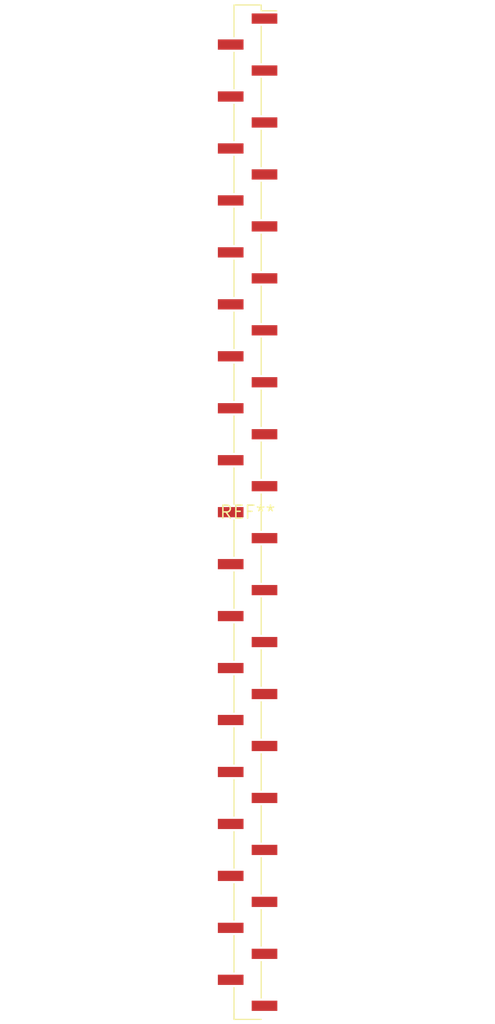
<source format=kicad_pcb>
(kicad_pcb (version 20240108) (generator pcbnew)
  (layers (0 "F.Cu" signal) (31 "B.Cu" signal) (34 "B.Paste" user) (35 "F.Paste" user) (36 "B.SilkS" user "B.Silkscreen") (37 "F.SilkS" user "F.Silkscreen") (38 "B.Mask" user) (39 "F.Mask" user) (44 "Edge.Cuts" user))
  (net 0 "")
  (footprint "PinHeader_1x39_P2.54mm_Vertical_SMD_Pin1Right" (layer "F.Cu") (at 0 0)
    (property "Reference" "REF**")
    (property "Value" "PinHeader_1x39_P2.54mm_Vertical_SMD_Pin1Right")
    (fp_line (start -1.33 -49.59) (end -1.33 -46.48) (layer "F.SilkS") (stroke (width 0.12)))
    (fp_line (start -1.33 -49.59) (end 1.33 -49.59) (layer "F.SilkS") (stroke (width 0.12)))
    (fp_line (start -1.33 -44.96) (end -1.33 -41.4) (layer "F.SilkS") (stroke (width 0.12)))
    (fp_line (start -1.33 -39.88) (end -1.33 -36.32) (layer "F.SilkS") (stroke (width 0.12)))
    (fp_line (start -1.33 -34.8) (end -1.33 -31.24) (layer "F.SilkS") (stroke (width 0.12)))
    (fp_line (start -1.33 -29.72) (end -1.33 -26.16) (layer "F.SilkS") (stroke (width 0.12)))
    (fp_line (start -1.33 -24.64) (end -1.33 -21.08) (layer "F.SilkS") (stroke (width 0.12)))
    (fp_line (start -1.33 -19.56) (end -1.33 -16) (layer "F.SilkS") (stroke (width 0.12)))
    (fp_line (start -1.33 -14.48) (end -1.33 -10.92) (layer "F.SilkS") (stroke (width 0.12)))
    (fp_line (start -1.33 -9.4) (end -1.33 -5.84) (layer "F.SilkS") (stroke (width 0.12)))
    (fp_line (start -1.33 -4.32) (end -1.33 -0.76) (layer "F.SilkS") (stroke (width 0.12)))
    (fp_line (start -1.33 0.76) (end -1.33 4.32) (layer "F.SilkS") (stroke (width 0.12)))
    (fp_line (start -1.33 5.84) (end -1.33 9.4) (layer "F.SilkS") (stroke (width 0.12)))
    (fp_line (start -1.33 10.92) (end -1.33 14.48) (layer "F.SilkS") (stroke (width 0.12)))
    (fp_line (start -1.33 16) (end -1.33 19.56) (layer "F.SilkS") (stroke (width 0.12)))
    (fp_line (start -1.33 21.08) (end -1.33 24.64) (layer "F.SilkS") (stroke (width 0.12)))
    (fp_line (start -1.33 26.16) (end -1.33 29.72) (layer "F.SilkS") (stroke (width 0.12)))
    (fp_line (start -1.33 31.24) (end -1.33 34.8) (layer "F.SilkS") (stroke (width 0.12)))
    (fp_line (start -1.33 36.32) (end -1.33 39.88) (layer "F.SilkS") (stroke (width 0.12)))
    (fp_line (start -1.33 41.4) (end -1.33 44.96) (layer "F.SilkS") (stroke (width 0.12)))
    (fp_line (start -1.33 46.48) (end -1.33 49.59) (layer "F.SilkS") (stroke (width 0.12)))
    (fp_line (start -1.33 49.02) (end -1.33 49.59) (layer "F.SilkS") (stroke (width 0.12)))
    (fp_line (start -1.33 49.59) (end 1.33 49.59) (layer "F.SilkS") (stroke (width 0.12)))
    (fp_line (start 1.33 -49.59) (end 1.33 -49.02) (layer "F.SilkS") (stroke (width 0.12)))
    (fp_line (start 1.33 -49.02) (end 2.85 -49.02) (layer "F.SilkS") (stroke (width 0.12)))
    (fp_line (start 1.33 -47.5) (end 1.33 -43.94) (layer "F.SilkS") (stroke (width 0.12)))
    (fp_line (start 1.33 -42.42) (end 1.33 -38.86) (layer "F.SilkS") (stroke (width 0.12)))
    (fp_line (start 1.33 -37.34) (end 1.33 -33.78) (layer "F.SilkS") (stroke (width 0.12)))
    (fp_line (start 1.33 -32.26) (end 1.33 -28.7) (layer "F.SilkS") (stroke (width 0.12)))
    (fp_line (start 1.33 -27.18) (end 1.33 -23.62) (layer "F.SilkS") (stroke (width 0.12)))
    (fp_line (start 1.33 -22.1) (end 1.33 -18.54) (layer "F.SilkS") (stroke (width 0.12)))
    (fp_line (start 1.33 -17.02) (end 1.33 -13.46) (layer "F.SilkS") (stroke (width 0.12)))
    (fp_line (start 1.33 -11.94) (end 1.33 -8.38) (layer "F.SilkS") (stroke (width 0.12)))
    (fp_line (start 1.33 -6.86) (end 1.33 -3.3) (layer "F.SilkS") (stroke (width 0.12)))
    (fp_line (start 1.33 -1.78) (end 1.33 1.78) (layer "F.SilkS") (stroke (width 0.12)))
    (fp_line (start 1.33 3.3) (end 1.33 6.86) (layer "F.SilkS") (stroke (width 0.12)))
    (fp_line (start 1.33 8.38) (end 1.33 11.94) (layer "F.SilkS") (stroke (width 0.12)))
    (fp_line (start 1.33 13.46) (end 1.33 17.02) (layer "F.SilkS") (stroke (width 0.12)))
    (fp_line (start 1.33 18.54) (end 1.33 22.1) (layer "F.SilkS") (stroke (width 0.12)))
    (fp_line (start 1.33 23.62) (end 1.33 27.18) (layer "F.SilkS") (stroke (width 0.12)))
    (fp_line (start 1.33 28.7) (end 1.33 32.26) (layer "F.SilkS") (stroke (width 0.12)))
    (fp_line (start 1.33 33.78) (end 1.33 37.34) (layer "F.SilkS") (stroke (width 0.12)))
    (fp_line (start 1.33 38.86) (end 1.33 42.42) (layer "F.SilkS") (stroke (width 0.12)))
    (fp_line (start 1.33 43.94) (end 1.33 47.5) (layer "F.SilkS") (stroke (width 0.12)))
    (pad "1" smd rect (at 1.655 -48.26) (size 2.51 1) (layers "F.Cu" "F.Paste" "F.Mask"))
    (pad "2" smd rect (at -1.655 -45.72) (size 2.51 1) (layers "F.Cu" "F.Paste" "F.Mask"))
    (pad "3" smd rect (at 1.655 -43.18) (size 2.51 1) (layers "F.Cu" "F.Paste" "F.Mask"))
    (pad "4" smd rect (at -1.655 -40.64) (size 2.51 1) (layers "F.Cu" "F.Paste" "F.Mask"))
    (pad "5" smd rect (at 1.655 -38.1) (size 2.51 1) (layers "F.Cu" "F.Paste" "F.Mask"))
    (pad "6" smd rect (at -1.655 -35.56) (size 2.51 1) (layers "F.Cu" "F.Paste" "F.Mask"))
    (pad "7" smd rect (at 1.655 -33.02) (size 2.51 1) (layers "F.Cu" "F.Paste" "F.Mask"))
    (pad "8" smd rect (at -1.655 -30.48) (size 2.51 1) (layers "F.Cu" "F.Paste" "F.Mask"))
    (pad "9" smd rect (at 1.655 -27.94) (size 2.51 1) (layers "F.Cu" "F.Paste" "F.Mask"))
    (pad "10" smd rect (at -1.655 -25.4) (size 2.51 1) (layers "F.Cu" "F.Paste" "F.Mask"))
    (pad "11" smd rect (at 1.655 -22.86) (size 2.51 1) (layers "F.Cu" "F.Paste" "F.Mask"))
    (pad "12" smd rect (at -1.655 -20.32) (size 2.51 1) (layers "F.Cu" "F.Paste" "F.Mask"))
    (pad "13" smd rect (at 1.655 -17.78) (size 2.51 1) (layers "F.Cu" "F.Paste" "F.Mask"))
    (pad "14" smd rect (at -1.655 -15.24) (size 2.51 1) (layers "F.Cu" "F.Paste" "F.Mask"))
    (pad "15" smd rect (at 1.655 -12.7) (size 2.51 1) (layers "F.Cu" "F.Paste" "F.Mask"))
    (pad "16" smd rect (at -1.655 -10.16) (size 2.51 1) (layers "F.Cu" "F.Paste" "F.Mask"))
    (pad "17" smd rect (at 1.655 -7.62) (size 2.51 1) (layers "F.Cu" "F.Paste" "F.Mask"))
    (pad "18" smd rect (at -1.655 -5.08) (size 2.51 1) (layers "F.Cu" "F.Paste" "F.Mask"))
    (pad "19" smd rect (at 1.655 -2.54) (size 2.51 1) (layers "F.Cu" "F.Paste" "F.Mask"))
    (pad "20" smd rect (at -1.655 0) (size 2.51 1) (layers "F.Cu" "F.Paste" "F.Mask"))
    (pad "21" smd rect (at 1.655 2.54) (size 2.51 1) (layers "F.Cu" "F.Paste" "F.Mask"))
    (pad "22" smd rect (at -1.655 5.08) (size 2.51 1) (layers "F.Cu" "F.Paste" "F.Mask"))
    (pad "23" smd rect (at 1.655 7.62) (size 2.51 1) (layers "F.Cu" "F.Paste" "F.Mask"))
    (pad "24" smd rect (at -1.655 10.16) (size 2.51 1) (layers "F.Cu" "F.Paste" "F.Mask"))
    (pad "25" smd rect (at 1.655 12.7) (size 2.51 1) (layers "F.Cu" "F.Paste" "F.Mask"))
    (pad "26" smd rect (at -1.655 15.24) (size 2.51 1) (layers "F.Cu" "F.Paste" "F.Mask"))
    (pad "27" smd rect (at 1.655 17.78) (size 2.51 1) (layers "F.Cu" "F.Paste" "F.Mask"))
    (pad "28" smd rect (at -1.655 20.32) (size 2.51 1) (layers "F.Cu" "F.Paste" "F.Mask"))
    (pad "29" smd rect (at 1.655 22.86) (size 2.51 1) (layers "F.Cu" "F.Paste" "F.Mask"))
    (pad "30" smd rect (at -1.655 25.4) (size 2.51 1) (layers "F.Cu" "F.Paste" "F.Mask"))
    (pad "31" smd rect (at 1.655 27.94) (size 2.51 1) (layers "F.Cu" "F.Paste" "F.Mask"))
    (pad "32" smd rect (at -1.655 30.48) (size 2.51 1) (layers "F.Cu" "F.Paste" "F.Mask"))
    (pad "33" smd rect (at 1.655 33.02) (size 2.51 1) (layers "F.Cu" "F.Paste" "F.Mask"))
    (pad "34" smd rect (at -1.655 35.56) (size 2.51 1) (layers "F.Cu" "F.Paste" "F.Mask"))
    (pad "35" smd rect (at 1.655 38.1) (size 2.51 1) (layers "F.Cu" "F.Paste" "F.Mask"))
    (pad "36" smd rect (at -1.655 40.64) (size 2.51 1) (layers "F.Cu" "F.Paste" "F.Mask"))
    (pad "37" smd rect (at 1.655 43.18) (size 2.51 1) (layers "F.Cu" "F.Paste" "F.Mask"))
    (pad "38" smd rect (at -1.655 45.72) (size 2.51 1) (layers "F.Cu" "F.Paste" "F.Mask"))
    (pad "39" smd rect (at 1.655 48.26) (size 2.51 1) (layers "F.Cu" "F.Paste" "F.Mask"))
  )
)
</source>
